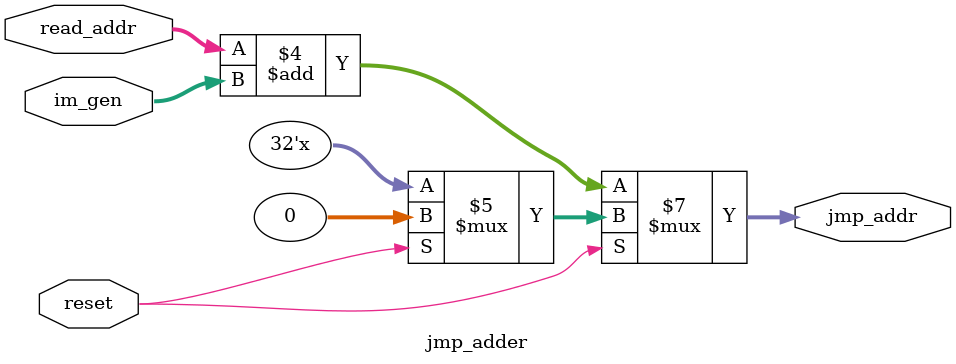
<source format=sv>
module jmp_adder
	(
    input reset,
    input [31:0] read_addr,
    input [31:0] im_gen,
    output reg [31:0] jmp_addr
	);

	always @(read_addr, reset, im_gen) 
	begin
		if (reset == 1) 
		begin
			jmp_addr<=0;
		end   
		if (reset == 0) 
		begin
			jmp_addr <= (read_addr + im_gen);
		end
  end
endmodule 
</source>
